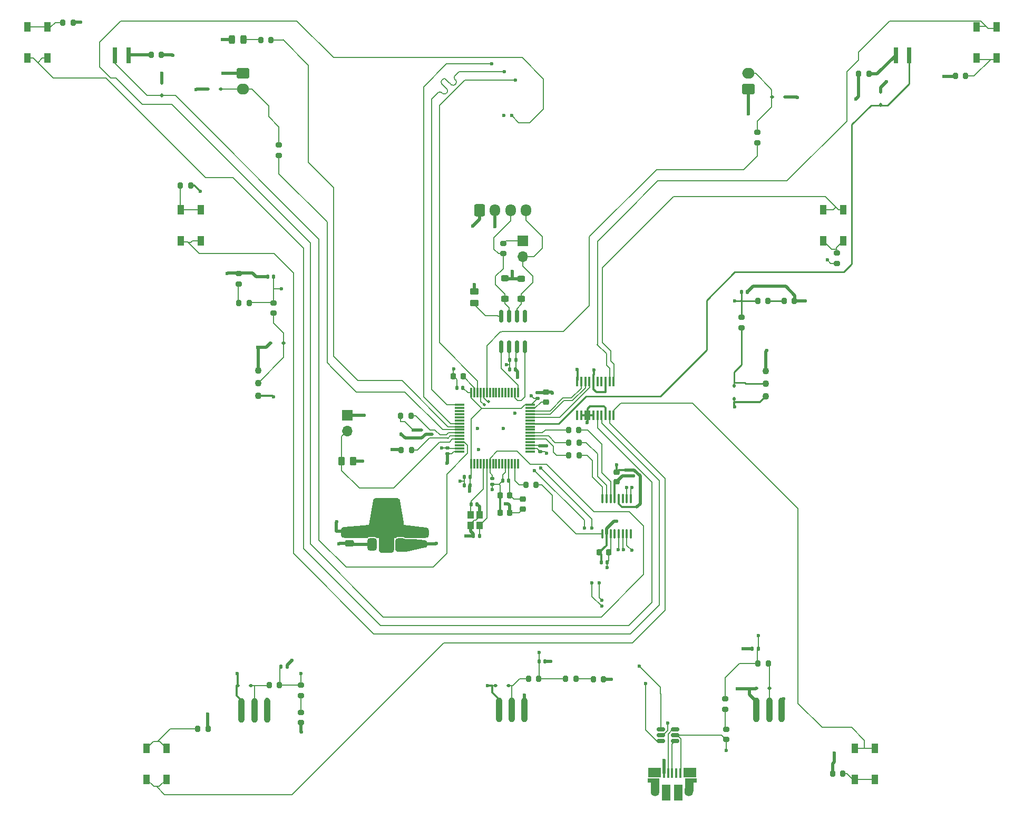
<source format=gtl>
G04 #@! TF.GenerationSoftware,KiCad,Pcbnew,8.0.2*
G04 #@! TF.CreationDate,2025-02-01T23:04:15-07:00*
G04 #@! TF.ProjectId,steering wheel v4,73746565-7269-46e6-9720-776865656c20,rev?*
G04 #@! TF.SameCoordinates,Original*
G04 #@! TF.FileFunction,Copper,L1,Top*
G04 #@! TF.FilePolarity,Positive*
%FSLAX46Y46*%
G04 Gerber Fmt 4.6, Leading zero omitted, Abs format (unit mm)*
G04 Created by KiCad (PCBNEW 8.0.2) date 2025-02-01 23:04:15*
%MOMM*%
%LPD*%
G01*
G04 APERTURE LIST*
G04 Aperture macros list*
%AMRoundRect*
0 Rectangle with rounded corners*
0 $1 Rounding radius*
0 $2 $3 $4 $5 $6 $7 $8 $9 X,Y pos of 4 corners*
0 Add a 4 corners polygon primitive as box body*
4,1,4,$2,$3,$4,$5,$6,$7,$8,$9,$2,$3,0*
0 Add four circle primitives for the rounded corners*
1,1,$1+$1,$2,$3*
1,1,$1+$1,$4,$5*
1,1,$1+$1,$6,$7*
1,1,$1+$1,$8,$9*
0 Add four rect primitives between the rounded corners*
20,1,$1+$1,$2,$3,$4,$5,0*
20,1,$1+$1,$4,$5,$6,$7,0*
20,1,$1+$1,$6,$7,$8,$9,0*
20,1,$1+$1,$8,$9,$2,$3,0*%
G04 Aperture macros list end*
G04 #@! TA.AperFunction,SMDPad,CuDef*
%ADD10RoundRect,0.140000X-0.140000X-0.170000X0.140000X-0.170000X0.140000X0.170000X-0.140000X0.170000X0*%
G04 #@! TD*
G04 #@! TA.AperFunction,SMDPad,CuDef*
%ADD11RoundRect,0.225000X-0.225000X-0.250000X0.225000X-0.250000X0.225000X0.250000X-0.225000X0.250000X0*%
G04 #@! TD*
G04 #@! TA.AperFunction,SMDPad,CuDef*
%ADD12RoundRect,0.250000X0.475000X-0.250000X0.475000X0.250000X-0.475000X0.250000X-0.475000X-0.250000X0*%
G04 #@! TD*
G04 #@! TA.AperFunction,SMDPad,CuDef*
%ADD13RoundRect,0.200000X-0.200000X-0.275000X0.200000X-0.275000X0.200000X0.275000X-0.200000X0.275000X0*%
G04 #@! TD*
G04 #@! TA.AperFunction,SMDPad,CuDef*
%ADD14R,1.000000X1.150000*%
G04 #@! TD*
G04 #@! TA.AperFunction,ComponentPad*
%ADD15R,1.700000X1.700000*%
G04 #@! TD*
G04 #@! TA.AperFunction,ComponentPad*
%ADD16O,1.700000X1.700000*%
G04 #@! TD*
G04 #@! TA.AperFunction,SMDPad,CuDef*
%ADD17RoundRect,0.112500X-0.112500X0.187500X-0.112500X-0.187500X0.112500X-0.187500X0.112500X0.187500X0*%
G04 #@! TD*
G04 #@! TA.AperFunction,SMDPad,CuDef*
%ADD18RoundRect,0.200000X-0.275000X0.200000X-0.275000X-0.200000X0.275000X-0.200000X0.275000X0.200000X0*%
G04 #@! TD*
G04 #@! TA.AperFunction,SMDPad,CuDef*
%ADD19RoundRect,0.140000X0.170000X-0.140000X0.170000X0.140000X-0.170000X0.140000X-0.170000X-0.140000X0*%
G04 #@! TD*
G04 #@! TA.AperFunction,SMDPad,CuDef*
%ADD20RoundRect,0.200000X0.200000X0.275000X-0.200000X0.275000X-0.200000X-0.275000X0.200000X-0.275000X0*%
G04 #@! TD*
G04 #@! TA.AperFunction,SMDPad,CuDef*
%ADD21R,1.000000X1.600000*%
G04 #@! TD*
G04 #@! TA.AperFunction,SMDPad,CuDef*
%ADD22RoundRect,0.200000X0.275000X-0.200000X0.275000X0.200000X-0.275000X0.200000X-0.275000X-0.200000X0*%
G04 #@! TD*
G04 #@! TA.AperFunction,SMDPad,CuDef*
%ADD23RoundRect,0.218750X-0.256250X0.218750X-0.256250X-0.218750X0.256250X-0.218750X0.256250X0.218750X0*%
G04 #@! TD*
G04 #@! TA.AperFunction,SMDPad,CuDef*
%ADD24R,0.400000X1.650000*%
G04 #@! TD*
G04 #@! TA.AperFunction,SMDPad,CuDef*
%ADD25R,1.825000X0.700000*%
G04 #@! TD*
G04 #@! TA.AperFunction,SMDPad,CuDef*
%ADD26R,2.000000X1.500000*%
G04 #@! TD*
G04 #@! TA.AperFunction,SMDPad,CuDef*
%ADD27R,1.350000X2.000000*%
G04 #@! TD*
G04 #@! TA.AperFunction,ComponentPad*
%ADD28O,1.350000X1.700000*%
G04 #@! TD*
G04 #@! TA.AperFunction,ComponentPad*
%ADD29O,1.100000X1.500000*%
G04 #@! TD*
G04 #@! TA.AperFunction,SMDPad,CuDef*
%ADD30R,1.430000X2.500000*%
G04 #@! TD*
G04 #@! TA.AperFunction,ComponentPad*
%ADD31C,1.100000*%
G04 #@! TD*
G04 #@! TA.AperFunction,SMDPad,CuDef*
%ADD32RoundRect,0.100000X0.100000X-0.637500X0.100000X0.637500X-0.100000X0.637500X-0.100000X-0.637500X0*%
G04 #@! TD*
G04 #@! TA.AperFunction,SMDPad,CuDef*
%ADD33RoundRect,0.245000X0.380000X-0.245000X0.380000X0.245000X-0.380000X0.245000X-0.380000X-0.245000X0*%
G04 #@! TD*
G04 #@! TA.AperFunction,SMDPad,CuDef*
%ADD34RoundRect,0.112500X0.112500X-0.187500X0.112500X0.187500X-0.112500X0.187500X-0.112500X-0.187500X0*%
G04 #@! TD*
G04 #@! TA.AperFunction,SMDPad,CuDef*
%ADD35RoundRect,0.250000X0.450000X-0.262500X0.450000X0.262500X-0.450000X0.262500X-0.450000X-0.262500X0*%
G04 #@! TD*
G04 #@! TA.AperFunction,SMDPad,CuDef*
%ADD36RoundRect,0.225000X0.250000X-0.225000X0.250000X0.225000X-0.250000X0.225000X-0.250000X-0.225000X0*%
G04 #@! TD*
G04 #@! TA.AperFunction,SMDPad,CuDef*
%ADD37RoundRect,0.112500X0.187500X0.112500X-0.187500X0.112500X-0.187500X-0.112500X0.187500X-0.112500X0*%
G04 #@! TD*
G04 #@! TA.AperFunction,SMDPad,CuDef*
%ADD38RoundRect,0.140000X-0.170000X0.140000X-0.170000X-0.140000X0.170000X-0.140000X0.170000X0.140000X0*%
G04 #@! TD*
G04 #@! TA.AperFunction,SMDPad,CuDef*
%ADD39RoundRect,0.112500X-0.187500X-0.112500X0.187500X-0.112500X0.187500X0.112500X-0.187500X0.112500X0*%
G04 #@! TD*
G04 #@! TA.AperFunction,SMDPad,CuDef*
%ADD40RoundRect,0.375000X0.375000X-0.625000X0.375000X0.625000X-0.375000X0.625000X-0.375000X-0.625000X0*%
G04 #@! TD*
G04 #@! TA.AperFunction,SMDPad,CuDef*
%ADD41RoundRect,0.500000X1.400000X-0.500000X1.400000X0.500000X-1.400000X0.500000X-1.400000X-0.500000X0*%
G04 #@! TD*
G04 #@! TA.AperFunction,SMDPad,CuDef*
%ADD42RoundRect,0.150000X0.512500X0.150000X-0.512500X0.150000X-0.512500X-0.150000X0.512500X-0.150000X0*%
G04 #@! TD*
G04 #@! TA.AperFunction,SMDPad,CuDef*
%ADD43R,0.450000X1.500000*%
G04 #@! TD*
G04 #@! TA.AperFunction,SMDPad,CuDef*
%ADD44RoundRect,0.150000X0.150000X-0.825000X0.150000X0.825000X-0.150000X0.825000X-0.150000X-0.825000X0*%
G04 #@! TD*
G04 #@! TA.AperFunction,ComponentPad*
%ADD45R,0.750000X2.630000*%
G04 #@! TD*
G04 #@! TA.AperFunction,ComponentPad*
%ADD46RoundRect,0.250000X-0.600000X-0.725000X0.600000X-0.725000X0.600000X0.725000X-0.600000X0.725000X0*%
G04 #@! TD*
G04 #@! TA.AperFunction,ComponentPad*
%ADD47O,1.700000X1.950000*%
G04 #@! TD*
G04 #@! TA.AperFunction,ComponentPad*
%ADD48RoundRect,0.250000X-0.750000X0.600000X-0.750000X-0.600000X0.750000X-0.600000X0.750000X0.600000X0*%
G04 #@! TD*
G04 #@! TA.AperFunction,ComponentPad*
%ADD49O,2.000000X1.700000*%
G04 #@! TD*
G04 #@! TA.AperFunction,SMDPad,CuDef*
%ADD50RoundRect,0.500000X0.000010X1.500000X-0.000010X1.500000X-0.000010X-1.500000X0.000010X-1.500000X0*%
G04 #@! TD*
G04 #@! TA.AperFunction,SMDPad,CuDef*
%ADD51RoundRect,0.075000X0.075000X-0.700000X0.075000X0.700000X-0.075000X0.700000X-0.075000X-0.700000X0*%
G04 #@! TD*
G04 #@! TA.AperFunction,SMDPad,CuDef*
%ADD52RoundRect,0.075000X0.700000X-0.075000X0.700000X0.075000X-0.700000X0.075000X-0.700000X-0.075000X0*%
G04 #@! TD*
G04 #@! TA.AperFunction,SMDPad,CuDef*
%ADD53RoundRect,0.250000X0.262500X0.450000X-0.262500X0.450000X-0.262500X-0.450000X0.262500X-0.450000X0*%
G04 #@! TD*
G04 #@! TA.AperFunction,SMDPad,CuDef*
%ADD54RoundRect,0.140000X0.140000X0.170000X-0.140000X0.170000X-0.140000X-0.170000X0.140000X-0.170000X0*%
G04 #@! TD*
G04 #@! TA.AperFunction,SMDPad,CuDef*
%ADD55R,0.425000X0.200000*%
G04 #@! TD*
G04 #@! TA.AperFunction,SMDPad,CuDef*
%ADD56RoundRect,0.245000X-0.380000X0.245000X-0.380000X-0.245000X0.380000X-0.245000X0.380000X0.245000X0*%
G04 #@! TD*
G04 #@! TA.AperFunction,ComponentPad*
%ADD57RoundRect,0.250000X0.750000X-0.600000X0.750000X0.600000X-0.750000X0.600000X-0.750000X-0.600000X0*%
G04 #@! TD*
G04 #@! TA.AperFunction,SMDPad,CuDef*
%ADD58RoundRect,0.243750X-0.243750X-0.456250X0.243750X-0.456250X0.243750X0.456250X-0.243750X0.456250X0*%
G04 #@! TD*
G04 #@! TA.AperFunction,ViaPad*
%ADD59C,0.600000*%
G04 #@! TD*
G04 #@! TA.AperFunction,ViaPad*
%ADD60C,0.500000*%
G04 #@! TD*
G04 #@! TA.AperFunction,Conductor*
%ADD61C,0.200000*%
G04 #@! TD*
G04 #@! TA.AperFunction,Conductor*
%ADD62C,0.500000*%
G04 #@! TD*
G04 #@! TA.AperFunction,Conductor*
%ADD63C,0.250000*%
G04 #@! TD*
G04 #@! TA.AperFunction,Conductor*
%ADD64C,0.350000*%
G04 #@! TD*
G04 #@! TA.AperFunction,Conductor*
%ADD65C,0.300000*%
G04 #@! TD*
G04 APERTURE END LIST*
D10*
X166286122Y-113562913D03*
X167246122Y-113562913D03*
D11*
X150071122Y-102762913D03*
X151621122Y-102762913D03*
D12*
X125871122Y-110512913D03*
X125871122Y-108612913D03*
D11*
X150021122Y-105562913D03*
X151571122Y-105562913D03*
D13*
X154196122Y-101087913D03*
X155846122Y-101087913D03*
D14*
X145346122Y-105887913D03*
X145346122Y-107637913D03*
X146746122Y-107637913D03*
X146746122Y-105887913D03*
D13*
X195671122Y-71537913D03*
X197321122Y-71537913D03*
D15*
X125471122Y-89922913D03*
D16*
X125471122Y-92462913D03*
D13*
X223171122Y-35412913D03*
X224821122Y-35412913D03*
D17*
X95700000Y-36450000D03*
X95700000Y-38550000D03*
D18*
X186246122Y-135475413D03*
X186246122Y-137125413D03*
D19*
X148796122Y-100992913D03*
X148796122Y-100032913D03*
D20*
X103125000Y-140300000D03*
X101475000Y-140300000D03*
D21*
X93250000Y-148400000D03*
X93250000Y-143400000D03*
X96450000Y-143400000D03*
X96450000Y-148400000D03*
D10*
X143116122Y-85487913D03*
X144076122Y-85487913D03*
D18*
X186346122Y-140337913D03*
X186346122Y-141987913D03*
D22*
X108071122Y-68800413D03*
X108071122Y-67150413D03*
D13*
X203475000Y-147500000D03*
X205125000Y-147500000D03*
D20*
X135721122Y-89987913D03*
X134071122Y-89987913D03*
D23*
X153696122Y-103387913D03*
X153696122Y-104962913D03*
D24*
X176375000Y-147400000D03*
X177025000Y-147400000D03*
X177675000Y-147400000D03*
X178325000Y-147400000D03*
X178975000Y-147400000D03*
D25*
X174725000Y-148600000D03*
D26*
X174825000Y-147300000D03*
D27*
X174945000Y-149350000D03*
D28*
X174945000Y-150280000D03*
D29*
X175255000Y-147280000D03*
D30*
X176715000Y-150550000D03*
X178635000Y-150550000D03*
D29*
X180095000Y-147280000D03*
D28*
X180405000Y-150280000D03*
D27*
X180425000Y-149350000D03*
D26*
X180575000Y-147280000D03*
D25*
X180675000Y-148600000D03*
D15*
X153700000Y-61900000D03*
D16*
X153700000Y-64440000D03*
D13*
X207671122Y-35087913D03*
X209321122Y-35087913D03*
D31*
X192721122Y-82837913D03*
X192721122Y-84837913D03*
X192721122Y-86837913D03*
D21*
X205175000Y-56900000D03*
X205175000Y-61900000D03*
X201975000Y-61900000D03*
X201975000Y-56900000D03*
D32*
X166496122Y-108987913D03*
X167146122Y-108987913D03*
X167796122Y-108987913D03*
X168446122Y-108987913D03*
X169096122Y-108987913D03*
X169746122Y-108987913D03*
X170396122Y-108987913D03*
X171046122Y-108987913D03*
X171046122Y-103262913D03*
X170396122Y-103262913D03*
X169746122Y-103262913D03*
X169096122Y-103262913D03*
X168446122Y-103262913D03*
X167796122Y-103262913D03*
X167146122Y-103262913D03*
X166496122Y-103262913D03*
D22*
X204200000Y-65525000D03*
X204200000Y-63875000D03*
D33*
X150825000Y-71160000D03*
X150825000Y-67940000D03*
D34*
X187675000Y-87287500D03*
X187675000Y-85187500D03*
D35*
X145896122Y-71837913D03*
X145896122Y-70012913D03*
D36*
X157421122Y-87762913D03*
X157421122Y-86212913D03*
D37*
X195850000Y-38787913D03*
X193750000Y-38787913D03*
D20*
X100325000Y-53000000D03*
X98675000Y-53000000D03*
D38*
X141571122Y-95162913D03*
X141571122Y-96122913D03*
D20*
X135796122Y-95512913D03*
X134146122Y-95512913D03*
D39*
X113150000Y-78300000D03*
X115250000Y-78300000D03*
D21*
X98770000Y-61885000D03*
X98770000Y-56885000D03*
X101970000Y-56885000D03*
X101970000Y-61885000D03*
D40*
X129471122Y-110687913D03*
X131771122Y-110687913D03*
D41*
X131771122Y-104387913D03*
D40*
X134071122Y-110687913D03*
D20*
X156271122Y-132237913D03*
X154621122Y-132237913D03*
D22*
X150550000Y-63950000D03*
X150550000Y-62300000D03*
D10*
X145411122Y-104187913D03*
X146371122Y-104187913D03*
D42*
X178137500Y-142256043D03*
X178137500Y-141306043D03*
X178137500Y-140356043D03*
X175862500Y-140356043D03*
X175862500Y-141306043D03*
X175862500Y-142256043D03*
D10*
X144261122Y-101162913D03*
X145221122Y-101162913D03*
D43*
X162450000Y-89900000D03*
X163100000Y-89900000D03*
X163750000Y-89900000D03*
X164400000Y-89900000D03*
X165050000Y-89900000D03*
X165700000Y-89900000D03*
X166350000Y-89900000D03*
X167000000Y-89900000D03*
X167650000Y-89900000D03*
X168300000Y-89900000D03*
X168300000Y-84500000D03*
X167650000Y-84500000D03*
X167000000Y-84500000D03*
X166350000Y-84500000D03*
X165700000Y-84500000D03*
X165050000Y-84500000D03*
X164400000Y-84525000D03*
X163750000Y-84500000D03*
X163100000Y-84500000D03*
X162450000Y-84500000D03*
D19*
X170271122Y-99662913D03*
X170271122Y-98702913D03*
D13*
X111608622Y-29612913D03*
X113258622Y-29612913D03*
D44*
X150186122Y-78912913D03*
X151456122Y-78912913D03*
X152726122Y-78912913D03*
X153996122Y-78912913D03*
X153996122Y-73962913D03*
X152726122Y-73962913D03*
X151456122Y-73962913D03*
X150186122Y-73962913D03*
D21*
X229800000Y-27500000D03*
X229800000Y-32500000D03*
X226600000Y-32500000D03*
X226600000Y-27500000D03*
D45*
X213598622Y-32095413D03*
X215728622Y-32095413D03*
D46*
X146721122Y-56937913D03*
D47*
X149221122Y-56937913D03*
X151721122Y-56937913D03*
X154221122Y-56937913D03*
D20*
X95646122Y-31987913D03*
X93996122Y-31987913D03*
D17*
X211171122Y-37950000D03*
X211171122Y-40050000D03*
D48*
X108721122Y-34987913D03*
D49*
X108721122Y-37487913D03*
D50*
X195296122Y-137237913D03*
X193296122Y-137237913D03*
X191196122Y-137237913D03*
D18*
X118071122Y-133275413D03*
X118071122Y-134925413D03*
D12*
X137621122Y-110537913D03*
X137621122Y-108637913D03*
D10*
X150446122Y-100412913D03*
X151406122Y-100412913D03*
D11*
X142546122Y-83612913D03*
X144096122Y-83612913D03*
D50*
X153946122Y-137212913D03*
X151946122Y-137212913D03*
X149846122Y-137212913D03*
D45*
X90336122Y-32112913D03*
X88206122Y-32112913D03*
D13*
X161071122Y-96387913D03*
X162721122Y-96387913D03*
D51*
X145421122Y-97662913D03*
X145921122Y-97662913D03*
X146421122Y-97662913D03*
X146921122Y-97662913D03*
X147421122Y-97662913D03*
X147921122Y-97662913D03*
X148421122Y-97662913D03*
X148921122Y-97662913D03*
X149421122Y-97662913D03*
X149921122Y-97662913D03*
X150421122Y-97662913D03*
X150921122Y-97662913D03*
X151421122Y-97662913D03*
X151921122Y-97662913D03*
X152421122Y-97662913D03*
X152921122Y-97662913D03*
D52*
X154846122Y-95737913D03*
X154846122Y-95237913D03*
X154846122Y-94737913D03*
X154846122Y-94237913D03*
X154846122Y-93737913D03*
X154846122Y-93237913D03*
X154846122Y-92737913D03*
X154846122Y-92237913D03*
X154846122Y-91737913D03*
X154846122Y-91237913D03*
X154846122Y-90737913D03*
X154846122Y-90237913D03*
X154846122Y-89737913D03*
X154846122Y-89237913D03*
X154846122Y-88737913D03*
X154846122Y-88237913D03*
D51*
X152921122Y-86312913D03*
X152421122Y-86312913D03*
X151921122Y-86312913D03*
X151421122Y-86312913D03*
X150921122Y-86312913D03*
X150421122Y-86312913D03*
X149921122Y-86312913D03*
X149421122Y-86312913D03*
X148921122Y-86312913D03*
X148421122Y-86312913D03*
X147921122Y-86312913D03*
X147421122Y-86312913D03*
X146921122Y-86312913D03*
X146421122Y-86312913D03*
X145921122Y-86312913D03*
X145421122Y-86312913D03*
D52*
X143496122Y-88237913D03*
X143496122Y-88737913D03*
X143496122Y-89237913D03*
X143496122Y-89737913D03*
X143496122Y-90237913D03*
X143496122Y-90737913D03*
X143496122Y-91237913D03*
X143496122Y-91737913D03*
X143496122Y-92237913D03*
X143496122Y-92737913D03*
X143496122Y-93237913D03*
X143496122Y-93737913D03*
X143496122Y-94237913D03*
X143496122Y-94737913D03*
X143496122Y-95237913D03*
X143496122Y-95737913D03*
D20*
X162746122Y-94287913D03*
X161096122Y-94287913D03*
D39*
X149296122Y-133362913D03*
X151396122Y-133362913D03*
D10*
X151611122Y-81012913D03*
X152571122Y-81012913D03*
D13*
X160595000Y-132260000D03*
X162245000Y-132260000D03*
D11*
X165971122Y-111962913D03*
X167521122Y-111962913D03*
D18*
X113646122Y-71850413D03*
X113646122Y-73500413D03*
D21*
X74125000Y-32500000D03*
X74125000Y-27500000D03*
X77325000Y-27500000D03*
X77325000Y-32500000D03*
D13*
X191421122Y-71512913D03*
X193071122Y-71512913D03*
D10*
X151586122Y-82537913D03*
X152546122Y-82537913D03*
X188841122Y-70112913D03*
X189801122Y-70112913D03*
D20*
X109733622Y-71887913D03*
X108083622Y-71887913D03*
D53*
X126421122Y-97262913D03*
X124596122Y-97262913D03*
D18*
X188821122Y-74200413D03*
X188821122Y-75850413D03*
D36*
X168771122Y-100612913D03*
X168771122Y-99062913D03*
D39*
X103075000Y-37525000D03*
X105175000Y-37525000D03*
D22*
X114521122Y-48137913D03*
X114521122Y-46487913D03*
D54*
X146735000Y-109284999D03*
X145775000Y-109284999D03*
D55*
X139121122Y-93587913D03*
X139121122Y-92937913D03*
X139121122Y-92287913D03*
X137446122Y-92287913D03*
X137446122Y-93587913D03*
D10*
X144271122Y-99787913D03*
X145231122Y-99787913D03*
D56*
X153475000Y-67965000D03*
X153475000Y-71185000D03*
D19*
X156496122Y-95792913D03*
X156496122Y-94832913D03*
D31*
X111156122Y-86752913D03*
X111156122Y-84752913D03*
X111156122Y-82752913D03*
D38*
X156046122Y-86262913D03*
X156046122Y-87222913D03*
D10*
X114866122Y-130312913D03*
X115826122Y-130312913D03*
D13*
X191471122Y-129812913D03*
X193121122Y-129812913D03*
D54*
X113651122Y-67662913D03*
X112691122Y-67662913D03*
D18*
X118046122Y-137650413D03*
X118046122Y-139300413D03*
D20*
X81450000Y-26800000D03*
X79800000Y-26800000D03*
D13*
X165007500Y-132310000D03*
X166657500Y-132310000D03*
D22*
X191396122Y-46112913D03*
X191396122Y-44462913D03*
D57*
X189921122Y-37487913D03*
D49*
X189921122Y-34987913D03*
D50*
X112596122Y-137287913D03*
X110596122Y-137287913D03*
X108496122Y-137287913D03*
D39*
X107896122Y-133337913D03*
X109996122Y-133337913D03*
D20*
X114608622Y-133237913D03*
X112958622Y-133237913D03*
D13*
X161046122Y-92287913D03*
X162696122Y-92287913D03*
D39*
X191200000Y-133750000D03*
X193300000Y-133750000D03*
D58*
X106950000Y-29587500D03*
X108825000Y-29587500D03*
D10*
X156311122Y-129437913D03*
X157271122Y-129437913D03*
D21*
X210275000Y-143425000D03*
X210275000Y-148425000D03*
X207075000Y-148425000D03*
X207075000Y-143425000D03*
D54*
X191521122Y-127462913D03*
X190561122Y-127462913D03*
D59*
X95700000Y-35000000D03*
X152400000Y-89600000D03*
X199100000Y-71500000D03*
X146600000Y-95400000D03*
X123796122Y-107037913D03*
X187700000Y-88587500D03*
X157500000Y-96025000D03*
X142571122Y-82462913D03*
X107771122Y-131437913D03*
X106221122Y-67112913D03*
X151096122Y-81762913D03*
X118096122Y-140812913D03*
X111150000Y-78950000D03*
X165120000Y-82590000D03*
X143646122Y-100487913D03*
X101225000Y-37550000D03*
X167907500Y-132310000D03*
X189116122Y-127462913D03*
X197771122Y-38837913D03*
X188196122Y-133887913D03*
X150660000Y-41780000D03*
X164030000Y-91120000D03*
X158146122Y-129437913D03*
X145621122Y-59512913D03*
X116621122Y-129262913D03*
X146400000Y-92000000D03*
X127925000Y-97300000D03*
X134100000Y-92950000D03*
X150600000Y-92000000D03*
X148796122Y-101812913D03*
X144550000Y-109325000D03*
X186346122Y-143787913D03*
X212146122Y-36312913D03*
X168800000Y-97875000D03*
X152025000Y-66825000D03*
X158446122Y-86337913D03*
X167271122Y-114362913D03*
X140670000Y-95170000D03*
X148046122Y-133387913D03*
X145921122Y-68912913D03*
X105446122Y-29537913D03*
X150871122Y-104137913D03*
X152871122Y-83812913D03*
X132700000Y-95450000D03*
X136071122Y-92287913D03*
X207221122Y-39137913D03*
X155025000Y-86750000D03*
X97496122Y-32112913D03*
X157471122Y-94812913D03*
X171446122Y-99637913D03*
X145121122Y-102137913D03*
X141546122Y-97637913D03*
X162440000Y-82530000D03*
X139771122Y-110512913D03*
X105546122Y-34987913D03*
X189896122Y-41462913D03*
X128171122Y-89937913D03*
X101921122Y-53937913D03*
X221371122Y-35437913D03*
X153921122Y-134887913D03*
X176375000Y-145346043D03*
X203730000Y-144220000D03*
X112646122Y-135537913D03*
X82696122Y-26787913D03*
X177000000Y-139400000D03*
X113671122Y-86937913D03*
X103075000Y-137925000D03*
X168746122Y-106912913D03*
X124171122Y-110562913D03*
X195646122Y-135487913D03*
X202621122Y-64962913D03*
X192871122Y-79512913D03*
X149171122Y-59562913D03*
X151920000Y-41780000D03*
X152521122Y-36070000D03*
X148740000Y-33480000D03*
X150775000Y-34685000D03*
X156321122Y-128012913D03*
X169844464Y-111486407D03*
X191546122Y-125275413D03*
X171196122Y-111612913D03*
X169046122Y-111537913D03*
X118071122Y-131437913D03*
X187696122Y-71537913D03*
X171195577Y-101517522D03*
X166000000Y-116800000D03*
X164800000Y-108000000D03*
X156600000Y-98400000D03*
X173400000Y-133000000D03*
D60*
X148200003Y-87750000D03*
D59*
X166400000Y-119600000D03*
X163600000Y-108000000D03*
X155600000Y-98800000D03*
X166400000Y-120600000D03*
D60*
X147500000Y-88250000D03*
D59*
X164800000Y-116800000D03*
X172400000Y-130200000D03*
X170396122Y-101487913D03*
X114921122Y-69587913D03*
D61*
X139296122Y-114312913D02*
X125346122Y-114312913D01*
X141321122Y-112287913D02*
X139296122Y-114312913D01*
X144846122Y-94780503D02*
X144846122Y-96012913D01*
X143496122Y-94237913D02*
X144303532Y-94237913D01*
X97946122Y-38562913D02*
X97946122Y-38587913D01*
X97946122Y-38562913D02*
X93371122Y-38562913D01*
X141496122Y-99362913D02*
X141496122Y-112087913D01*
X97946122Y-38587913D02*
X120971122Y-61612913D01*
X125346122Y-114312913D02*
X120971122Y-109937913D01*
X93371122Y-38562913D02*
X88206122Y-33397913D01*
X141321122Y-112262913D02*
X141321122Y-112287913D01*
X141496122Y-112087913D02*
X141321122Y-112262913D01*
X144303532Y-94237913D02*
X144846122Y-94780503D01*
X120971122Y-109937913D02*
X120971122Y-61612913D01*
X88206122Y-33397913D02*
X88206122Y-32112913D01*
X144846122Y-96012913D02*
X141496122Y-99362913D01*
D62*
X90461122Y-31987913D02*
X90336122Y-32112913D01*
X93996122Y-31987913D02*
X90461122Y-31987913D01*
D63*
X183246122Y-79437913D02*
X183246122Y-71437913D01*
X206546122Y-43162913D02*
X206546122Y-65612914D01*
X215728622Y-32095413D02*
X215728622Y-36655413D01*
X211171122Y-40087913D02*
X209621122Y-40087913D01*
X154846122Y-91237913D02*
X159446122Y-91237913D01*
D61*
X206571122Y-65587913D02*
X206467018Y-65692018D01*
D63*
X205246122Y-66912913D02*
X187771122Y-66912913D01*
X175821122Y-86862913D02*
X183246122Y-79437913D01*
D61*
X206546122Y-65612914D02*
X206467018Y-65692018D01*
D63*
X212246122Y-40087913D02*
X211171122Y-40087913D01*
D61*
X212271122Y-40112913D02*
X212246122Y-40087913D01*
D63*
X206467018Y-65692018D02*
X205246122Y-66912913D01*
X187771122Y-66912913D02*
X183246122Y-71437913D01*
X215728622Y-36655413D02*
X212271122Y-40112913D01*
X209621122Y-40087913D02*
X206546122Y-43162913D01*
X163821122Y-86862913D02*
X175821122Y-86862913D01*
X159446122Y-91237913D02*
X163821122Y-86862913D01*
D64*
X213496122Y-32197913D02*
X213598622Y-32095413D01*
D62*
X209321122Y-35087913D02*
X210606122Y-35087913D01*
X210606122Y-35087913D02*
X213598622Y-32095413D01*
X134158209Y-92950000D02*
X134146122Y-92937913D01*
D61*
X178506043Y-141306043D02*
X178137500Y-141306043D01*
D62*
X150825000Y-67950000D02*
X152025000Y-67950000D01*
D64*
X149896122Y-135787913D02*
X149946122Y-135837913D01*
D61*
X142546122Y-82487913D02*
X142571122Y-82462913D01*
D64*
X166737913Y-88462913D02*
X167021122Y-88746122D01*
D62*
X134100000Y-92950000D02*
X134158209Y-92950000D01*
X146721122Y-56937913D02*
X146721122Y-58412913D01*
X146746122Y-104562913D02*
X146371122Y-104187913D01*
D61*
X167521122Y-113287913D02*
X167246122Y-113562913D01*
D62*
X190096122Y-134762913D02*
X190096122Y-133837913D01*
D61*
X143116122Y-85487913D02*
X143116122Y-84182913D01*
D64*
X150071122Y-104162913D02*
X150071122Y-102762913D01*
X107896122Y-131562913D02*
X107771122Y-131437913D01*
D61*
X146196122Y-106762913D02*
X146746122Y-106212913D01*
X178490552Y-141306043D02*
X178137500Y-141306043D01*
X156496122Y-95792913D02*
X157267913Y-95792913D01*
D64*
X148746122Y-133362913D02*
X148071122Y-133362913D01*
D62*
X101250000Y-37525000D02*
X103075000Y-37525000D01*
X145346122Y-108546122D02*
X145346122Y-107637913D01*
D64*
X165120000Y-83364035D02*
X165071122Y-83412913D01*
D62*
X157421122Y-86212913D02*
X158321122Y-86212913D01*
X110296122Y-67062913D02*
X110896122Y-67662913D01*
D61*
X148796122Y-100992913D02*
X148796122Y-101812913D01*
D62*
X111156122Y-82752913D02*
X111156122Y-79072913D01*
X188246122Y-133837913D02*
X188196122Y-133887913D01*
D64*
X164400000Y-89900000D02*
X165050000Y-89900000D01*
D61*
X143671122Y-100462913D02*
X143646122Y-100487913D01*
D64*
X168771122Y-97903878D02*
X168800000Y-97875000D01*
D62*
X189801122Y-70112913D02*
X189801122Y-70082913D01*
D64*
X148046122Y-133387913D02*
X148711122Y-133387913D01*
X149946122Y-135837913D02*
X149946122Y-137712913D01*
D61*
X141571122Y-95162913D02*
X141646122Y-95237913D01*
D64*
X148746122Y-134437913D02*
X149896122Y-135587913D01*
D62*
X152025000Y-67950000D02*
X153450000Y-67950000D01*
D64*
X148746122Y-133362913D02*
X148746122Y-134437913D01*
X189296122Y-87787913D02*
X191771122Y-87787913D01*
D62*
X211171122Y-37287913D02*
X212146122Y-36312913D01*
X145896122Y-70012913D02*
X145896122Y-68937913D01*
D64*
X107896122Y-133337913D02*
X107896122Y-131562913D01*
D62*
X189801122Y-70082913D02*
X190721122Y-69162913D01*
D61*
X185576752Y-141306043D02*
X178137500Y-141306043D01*
D64*
X108596122Y-137787913D02*
X108596122Y-135762913D01*
D61*
X151456122Y-78912913D02*
X151456122Y-80857913D01*
X144261122Y-99797913D02*
X144271122Y-99787913D01*
D62*
X123746122Y-107087913D02*
X123796122Y-107037913D01*
X127887913Y-97262913D02*
X127925000Y-97300000D01*
D64*
X164312913Y-89812913D02*
X164400000Y-89900000D01*
D62*
X125871122Y-108612913D02*
X130971122Y-108612913D01*
X211171122Y-37950000D02*
X211171122Y-37287913D01*
X111150000Y-78950000D02*
X112500000Y-78950000D01*
X158321122Y-86212913D02*
X158446122Y-86337913D01*
X195850000Y-38787913D02*
X197721122Y-38787913D01*
X131771122Y-110687913D02*
X131771122Y-107812913D01*
D64*
X187675000Y-87837500D02*
X187675000Y-88562500D01*
D62*
X190096122Y-133837913D02*
X191112087Y-133837913D01*
D64*
X148071122Y-133362913D02*
X148046122Y-133387913D01*
D62*
X145896122Y-68937913D02*
X145921122Y-68912913D01*
D61*
X140670000Y-95170000D02*
X141164035Y-95170000D01*
D64*
X191771122Y-87787913D02*
X192721122Y-86837913D01*
D61*
X179100000Y-141915491D02*
X178490552Y-141306043D01*
D64*
X164071122Y-89812913D02*
X164071122Y-90837913D01*
X164071122Y-89812913D02*
X164071122Y-88878878D01*
D61*
X144261122Y-100462913D02*
X144261122Y-99797913D01*
D62*
X152025000Y-67950000D02*
X152025000Y-66825000D01*
X166745000Y-132310000D02*
X167907500Y-132310000D01*
D64*
X164487087Y-88462913D02*
X166737913Y-88462913D01*
D62*
X190096122Y-133837913D02*
X188246122Y-133837913D01*
X126421122Y-97262913D02*
X127887913Y-97262913D01*
D64*
X165537913Y-86212913D02*
X166121122Y-86212913D01*
D61*
X151586122Y-81762913D02*
X151586122Y-81037913D01*
D62*
X95700000Y-35000000D02*
X95700000Y-36450000D01*
D61*
X145346122Y-107637913D02*
X145346122Y-107362913D01*
D64*
X168771122Y-99062913D02*
X169131122Y-98702913D01*
D61*
X151586122Y-81762913D02*
X151096122Y-81762913D01*
D62*
X172550000Y-99681130D02*
X171571783Y-98702913D01*
D64*
X169096122Y-103262913D02*
X169096122Y-104131001D01*
D62*
X199062087Y-71537913D02*
X199100000Y-71500000D01*
D64*
X165071122Y-83412913D02*
X165071122Y-85746122D01*
D62*
X157371122Y-86262913D02*
X157421122Y-86212913D01*
X144550000Y-109325000D02*
X145734999Y-109325000D01*
X123746122Y-108562913D02*
X125126122Y-108562913D01*
X191296122Y-135962913D02*
X190096122Y-134762913D01*
D64*
X107750000Y-134916791D02*
X107750000Y-133484035D01*
X164071122Y-88878878D02*
X164487087Y-88462913D01*
D62*
X130971122Y-108612913D02*
X131771122Y-107812913D01*
D64*
X189246535Y-87837500D02*
X189296122Y-87787913D01*
D61*
X141571122Y-95162913D02*
X141171122Y-95162913D01*
D62*
X191296122Y-137737913D02*
X191296122Y-135962913D01*
X145734999Y-109325000D02*
X145775000Y-109284999D01*
X172550000Y-104150000D02*
X172550000Y-99681130D01*
X134796122Y-93587913D02*
X134146122Y-92937913D01*
D61*
X144261122Y-101162913D02*
X144261122Y-100462913D01*
X179100000Y-141900000D02*
X178506043Y-141306043D01*
D62*
X157271122Y-129437913D02*
X158146122Y-129437913D01*
D61*
X167796122Y-111687913D02*
X167796122Y-108987913D01*
X155941122Y-95237913D02*
X156496122Y-95792913D01*
D64*
X150021122Y-105562913D02*
X150021122Y-104212913D01*
D61*
X144261122Y-100462913D02*
X143671122Y-100462913D01*
D64*
X169096122Y-104131001D02*
X169640121Y-104675000D01*
D61*
X150921122Y-99037913D02*
X150446122Y-99512913D01*
X179100000Y-147275000D02*
X178975000Y-147400000D01*
D62*
X115826122Y-130312913D02*
X115826122Y-130057913D01*
X146746122Y-105887913D02*
X146746122Y-104562913D01*
X118046122Y-140762913D02*
X118096122Y-140812913D01*
D64*
X108596122Y-135762913D02*
X107750000Y-134916791D01*
D61*
X143116122Y-84182913D02*
X142546122Y-83612913D01*
D62*
X171571783Y-98702913D02*
X170271122Y-98702913D01*
D61*
X141646122Y-95237913D02*
X143496122Y-95237913D01*
D62*
X195896122Y-69162913D02*
X195996122Y-69262913D01*
D61*
X154846122Y-95237913D02*
X155941122Y-95237913D01*
X167246122Y-114337913D02*
X167271122Y-114362913D01*
X151586122Y-82537913D02*
X151586122Y-81762913D01*
D64*
X169131122Y-98702913D02*
X170271122Y-98702913D01*
D61*
X187675000Y-87287500D02*
X187675000Y-87837500D01*
D64*
X167021122Y-86212913D02*
X167021122Y-84412913D01*
D62*
X145775000Y-109284999D02*
X145775000Y-108975000D01*
X132596122Y-108637913D02*
X131771122Y-107812913D01*
D61*
X186346122Y-142075413D02*
X186346122Y-143787913D01*
X150071122Y-102762913D02*
X150071122Y-101197913D01*
D62*
X172025000Y-104675000D02*
X172550000Y-104150000D01*
D64*
X164071122Y-90837913D02*
X164046122Y-90862913D01*
D62*
X118046122Y-139387913D02*
X118046122Y-140762913D01*
X191112087Y-133837913D02*
X191200000Y-133750000D01*
X153450000Y-67950000D02*
X153475000Y-67975000D01*
X197408622Y-70675413D02*
X195996122Y-69262913D01*
X156046122Y-86262913D02*
X157371122Y-86262913D01*
D61*
X186346122Y-142075413D02*
X185576752Y-141306043D01*
X167246122Y-113562913D02*
X167246122Y-114337913D01*
D64*
X149896122Y-135587913D02*
X149896122Y-135787913D01*
X166121122Y-86212913D02*
X167021122Y-86212913D01*
X167021122Y-88746122D02*
X167021122Y-89812913D01*
D61*
X149866122Y-100992913D02*
X150446122Y-100412913D01*
D62*
X190721122Y-69162913D02*
X195896122Y-69162913D01*
D64*
X150021122Y-104212913D02*
X150071122Y-104162913D01*
X107750000Y-133484035D02*
X107896122Y-133337913D01*
D62*
X101225000Y-37550000D02*
X101250000Y-37525000D01*
X137446122Y-93587913D02*
X134796122Y-93587913D01*
X134100000Y-92891791D02*
X134100000Y-92950000D01*
D64*
X163984035Y-89900000D02*
X163100000Y-89900000D01*
D61*
X145346122Y-107362913D02*
X145946122Y-106762913D01*
X148796122Y-100992913D02*
X149866122Y-100992913D01*
X149296122Y-133362913D02*
X148736122Y-133362913D01*
D62*
X108071122Y-67062913D02*
X107171122Y-67062913D01*
X146721122Y-58412913D02*
X145621122Y-59512913D01*
D61*
X146746122Y-106212913D02*
X146746122Y-105887913D01*
D64*
X169640121Y-104675000D02*
X172025000Y-104675000D01*
D62*
X197408622Y-71537913D02*
X199062087Y-71537913D01*
D64*
X187675000Y-87837500D02*
X189246535Y-87837500D01*
D61*
X167521122Y-111962913D02*
X167796122Y-111687913D01*
D62*
X112500000Y-78950000D02*
X113150000Y-78300000D01*
D61*
X179100000Y-141915491D02*
X179100000Y-147275000D01*
D62*
X137621122Y-108637913D02*
X132596122Y-108637913D01*
D61*
X151456122Y-80857913D02*
X151611122Y-81012913D01*
D62*
X131771122Y-107812913D02*
X131771122Y-104387913D01*
X139121122Y-92937913D02*
X138096122Y-92937913D01*
D61*
X150446122Y-99512913D02*
X150446122Y-100412913D01*
X142546122Y-83612913D02*
X142546122Y-82487913D01*
D62*
X106271122Y-67062913D02*
X106221122Y-67112913D01*
X112691122Y-67662913D02*
X110896122Y-67662913D01*
X197721122Y-38787913D02*
X197771122Y-38837913D01*
X107171122Y-67062913D02*
X106271122Y-67062913D01*
D61*
X141164035Y-95170000D02*
X141171122Y-95162913D01*
D62*
X190561122Y-127462913D02*
X189116122Y-127462913D01*
D64*
X165071122Y-85746122D02*
X165537913Y-86212913D01*
X168771122Y-99062913D02*
X168771122Y-97903878D01*
D62*
X145775000Y-108975000D02*
X145346122Y-108546122D01*
X197408622Y-71537913D02*
X197408622Y-70675413D01*
D64*
X164071122Y-89812913D02*
X163984035Y-89900000D01*
D62*
X108071122Y-67062913D02*
X110296122Y-67062913D01*
D61*
X157267913Y-95792913D02*
X157500000Y-96025000D01*
D62*
X138096122Y-92937913D02*
X137446122Y-93587913D01*
D64*
X164071122Y-89812913D02*
X164312913Y-89812913D01*
D61*
X150921122Y-97662913D02*
X150921122Y-99037913D01*
D64*
X165120000Y-82590000D02*
X165120000Y-83364035D01*
D62*
X123746122Y-108562913D02*
X123746122Y-107087913D01*
D61*
X151586122Y-81037913D02*
X151611122Y-81012913D01*
X167521122Y-111962913D02*
X167521122Y-113287913D01*
X148736122Y-133362913D02*
X148711122Y-133387913D01*
D62*
X115826122Y-130057913D02*
X116621122Y-129262913D01*
D61*
X145946122Y-106762913D02*
X146196122Y-106762913D01*
X150071122Y-101197913D02*
X149866122Y-100992913D01*
X147122507Y-88821708D02*
X153454917Y-88821708D01*
X156046122Y-87222913D02*
X155497913Y-87222913D01*
D62*
X141571122Y-96367913D02*
X141571122Y-97612913D01*
D61*
X145221122Y-99797913D02*
X145231122Y-99787913D01*
X134753268Y-90970059D02*
X136071122Y-92287913D01*
X145421122Y-86312913D02*
X145421122Y-87120323D01*
X145221122Y-101162913D02*
X145221122Y-99797913D01*
D62*
X169721122Y-99662913D02*
X168771122Y-100612913D01*
D61*
X154038712Y-88237913D02*
X154846122Y-88237913D01*
D62*
X151346122Y-104137913D02*
X151571122Y-104362913D01*
D61*
X145421122Y-97662913D02*
X145421122Y-99597913D01*
D64*
X162471122Y-84212913D02*
X162471122Y-82561122D01*
X168771122Y-100612913D02*
X168446122Y-100937913D01*
D61*
X134071122Y-90970059D02*
X134071122Y-89987913D01*
D64*
X162471122Y-82561122D02*
X162440000Y-82530000D01*
D62*
X97371122Y-31987913D02*
X97496122Y-32112913D01*
X128156122Y-89922913D02*
X128171122Y-89937913D01*
D61*
X145421122Y-86312913D02*
X144901122Y-86312913D01*
D64*
X168446122Y-100937913D02*
X168446122Y-103262913D01*
D62*
X151571122Y-104362913D02*
X151571122Y-105562913D01*
D61*
X145421122Y-90523093D02*
X147122507Y-88821708D01*
D62*
X189896122Y-41462913D02*
X189896122Y-37095413D01*
D61*
X152571122Y-81012913D02*
X152571122Y-79067913D01*
D62*
X145121122Y-102137913D02*
X145121122Y-101262913D01*
D61*
X144901122Y-86312913D02*
X144076122Y-85487913D01*
D62*
X145121122Y-101262913D02*
X145221122Y-101162913D01*
D61*
X145421122Y-97662913D02*
X145421122Y-90523093D01*
D62*
X171421122Y-99662913D02*
X171446122Y-99637913D01*
X157451122Y-94832913D02*
X157471122Y-94812913D01*
D61*
X152571122Y-81012913D02*
X152571122Y-82512913D01*
X142236122Y-96122913D02*
X141571122Y-96122913D01*
X155031122Y-88237913D02*
X156046122Y-87222913D01*
D62*
X170271122Y-99662913D02*
X169721122Y-99662913D01*
D61*
X153454917Y-88821708D02*
X154038712Y-88237913D01*
X155497913Y-87222913D02*
X155025000Y-86750000D01*
D62*
X207671122Y-35087913D02*
X207671122Y-38687913D01*
X162446122Y-82536122D02*
X162440000Y-82530000D01*
X207671122Y-38687913D02*
X207221122Y-39137913D01*
D61*
X152571122Y-79067913D02*
X152726122Y-78912913D01*
X154846122Y-94737913D02*
X156376122Y-94737913D01*
X142621122Y-95737913D02*
X142236122Y-96122913D01*
D62*
X134083209Y-95450000D02*
X134146122Y-95512913D01*
D61*
X143496122Y-95737913D02*
X142621122Y-95737913D01*
X151571122Y-105562913D02*
X153096122Y-105562913D01*
D62*
X141571122Y-97612913D02*
X141546122Y-97637913D01*
X137621122Y-110537913D02*
X139746122Y-110537913D01*
X152871122Y-82862913D02*
X152546122Y-82537913D01*
D61*
X153096122Y-105562913D02*
X153696122Y-104962913D01*
D62*
X170271122Y-99662913D02*
X171421122Y-99662913D01*
X125471122Y-89922913D02*
X128156122Y-89922913D01*
X137471122Y-110687913D02*
X137621122Y-110537913D01*
X139746122Y-110537913D02*
X139771122Y-110512913D01*
X136071122Y-92287913D02*
X137446122Y-92287913D01*
D61*
X154846122Y-88237913D02*
X155031122Y-88237913D01*
D62*
X156496122Y-94832913D02*
X157451122Y-94832913D01*
X152871122Y-83812913D02*
X152871122Y-82862913D01*
X134071122Y-110687913D02*
X137471122Y-110687913D01*
X105546122Y-34987913D02*
X108721122Y-34987913D01*
D61*
X134071122Y-90970059D02*
X134753268Y-90970059D01*
D62*
X95646122Y-31987913D02*
X97371122Y-31987913D01*
D61*
X145421122Y-99597913D02*
X145231122Y-99787913D01*
D62*
X105446122Y-29537913D02*
X106896122Y-29537913D01*
X132700000Y-95450000D02*
X134083209Y-95450000D01*
X150871122Y-104137913D02*
X151346122Y-104137913D01*
D61*
X145421122Y-87120323D02*
X147122507Y-88821708D01*
X156628532Y-87762913D02*
X157421122Y-87762913D01*
X154846122Y-88737913D02*
X155653532Y-88737913D01*
X155653532Y-88737913D02*
X156628532Y-87762913D01*
X145921122Y-86312913D02*
X145921122Y-85505503D01*
X144096122Y-83680503D02*
X144096122Y-83612913D01*
X145921122Y-85505503D02*
X144096122Y-83680503D01*
D62*
X168746122Y-106912913D02*
X168353034Y-106912913D01*
X153946122Y-136012913D02*
X153946122Y-137712913D01*
X82696122Y-26787913D02*
X81462087Y-26787913D01*
D61*
X177000000Y-140521595D02*
X177000000Y-139400000D01*
D64*
X167146122Y-110787913D02*
X165971122Y-111962913D01*
D65*
X113486122Y-86752913D02*
X113671122Y-86937913D01*
D62*
X203475000Y-145875000D02*
X203475000Y-147500000D01*
X112596122Y-137787913D02*
X112596122Y-135637913D01*
X202671122Y-64912913D02*
X202621122Y-64962913D01*
D61*
X175862500Y-141306043D02*
X176215552Y-141306043D01*
D64*
X167146122Y-108987913D02*
X167146122Y-110787913D01*
D62*
X103075000Y-137925000D02*
X103075000Y-140250000D01*
X176375000Y-145346043D02*
X176375000Y-147400000D01*
X149221122Y-58112913D02*
X149221122Y-59512913D01*
D61*
X176215552Y-141306043D02*
X177000000Y-140521595D01*
X204200000Y-65525000D02*
X203183209Y-65525000D01*
D62*
X153921122Y-134887913D02*
X153921122Y-135912913D01*
X192721122Y-82837913D02*
X192721122Y-79662913D01*
X126046122Y-110687913D02*
X125871122Y-110512913D01*
D65*
X101921122Y-53937913D02*
X100983209Y-53000000D01*
D62*
X129471122Y-110687913D02*
X126046122Y-110687913D01*
X221371122Y-35437913D02*
X223146122Y-35437913D01*
D65*
X111156122Y-86752913D02*
X113486122Y-86752913D01*
D62*
X203730000Y-145620000D02*
X203475000Y-145875000D01*
D64*
X166286122Y-112277913D02*
X165971122Y-111962913D01*
D62*
X124221122Y-110512913D02*
X124171122Y-110562913D01*
X81421122Y-26837913D02*
X81471122Y-26787913D01*
X195296122Y-137737913D02*
X195296122Y-135837913D01*
X149221122Y-56937913D02*
X149221122Y-58112913D01*
X167146122Y-108119825D02*
X167146122Y-108987913D01*
X192721122Y-79662913D02*
X192871122Y-79512913D01*
X125871122Y-110512913D02*
X124221122Y-110512913D01*
X81462087Y-26787913D02*
X81450000Y-26800000D01*
X195296122Y-135837913D02*
X195646122Y-135487913D01*
X203730000Y-144220000D02*
X203730000Y-145620000D01*
X112596122Y-135587913D02*
X112646122Y-135537913D01*
X103075000Y-140250000D02*
X103125000Y-140300000D01*
X149221122Y-59512913D02*
X149171122Y-59562913D01*
X168353034Y-106912913D02*
X167146122Y-108119825D01*
D64*
X166286122Y-113562913D02*
X166286122Y-112277913D01*
D61*
X203183209Y-65525000D02*
X202621122Y-64962913D01*
D62*
X112596122Y-135637913D02*
X112596122Y-135587913D01*
D65*
X100983209Y-53000000D02*
X100325000Y-53000000D01*
D61*
X145346122Y-104252913D02*
X145411122Y-104187913D01*
X145411122Y-103722913D02*
X147371122Y-101762913D01*
X145411122Y-104187913D02*
X145411122Y-103722913D01*
X147371122Y-97712913D02*
X147421122Y-97662913D01*
X145346122Y-105887913D02*
X145346122Y-104252913D01*
X147371122Y-101762913D02*
X147371122Y-97712913D01*
X147921122Y-106462913D02*
X147921122Y-97662913D01*
X146746122Y-107637913D02*
X147921122Y-106462913D01*
X146746122Y-109273877D02*
X146735000Y-109284999D01*
X146746122Y-107637913D02*
X146746122Y-109273877D01*
X150550000Y-66375000D02*
X150550000Y-63950000D01*
X149075000Y-63250000D02*
X149075000Y-61350000D01*
X151456122Y-72631122D02*
X150825000Y-72000000D01*
X151721122Y-56937913D02*
X151721122Y-58703878D01*
X151612500Y-58812500D02*
X151750000Y-58675000D01*
X150825000Y-71150000D02*
X150825000Y-70425000D01*
X149325000Y-67600000D02*
X150550000Y-66375000D01*
X150825000Y-72000000D02*
X150825000Y-71150000D01*
X151456122Y-73962913D02*
X151456122Y-72631122D01*
X150825000Y-70425000D02*
X149325000Y-68925000D01*
X149075000Y-61350000D02*
X151612500Y-58812500D01*
X150550000Y-63950000D02*
X149775000Y-63950000D01*
X149775000Y-63950000D02*
X149075000Y-63250000D01*
X151721122Y-58703878D02*
X151612500Y-58812500D01*
X149325000Y-68925000D02*
X149325000Y-67600000D01*
X153700000Y-65975000D02*
X153700000Y-65850000D01*
X152726122Y-72823878D02*
X153475000Y-72075000D01*
X153475000Y-70450000D02*
X155325000Y-68600000D01*
X156850000Y-63075000D02*
X156850000Y-61250000D01*
X156850000Y-61250000D02*
X154221122Y-58621122D01*
X154221122Y-58621122D02*
X154221122Y-58575000D01*
X155325000Y-68600000D02*
X155325000Y-67600000D01*
X153700000Y-65850000D02*
X153700000Y-64440000D01*
X155325000Y-67600000D02*
X153700000Y-65975000D01*
X153475000Y-72075000D02*
X153475000Y-71175000D01*
X153700000Y-64440000D02*
X155485000Y-64440000D01*
X153475000Y-71175000D02*
X153475000Y-70450000D01*
X154221122Y-56937913D02*
X154221122Y-58575000D01*
X152726122Y-73962913D02*
X152726122Y-72823878D01*
X155485000Y-64440000D02*
X156850000Y-63075000D01*
X76500000Y-32500000D02*
X77325000Y-32500000D01*
X75721122Y-33187913D02*
X75725000Y-33184035D01*
X165721122Y-91962913D02*
X174446122Y-100687913D01*
X75725000Y-33184035D02*
X75040965Y-32500000D01*
X174446122Y-100687913D02*
X174446122Y-119937913D01*
X118496122Y-111362913D02*
X118496122Y-63037913D01*
X170696122Y-123687913D02*
X130821122Y-123687913D01*
X174446122Y-119937913D02*
X170696122Y-123687913D01*
X75766604Y-33233396D02*
X76500000Y-32500000D01*
X118471122Y-63037913D02*
X107171122Y-51737913D01*
X102746122Y-51737913D02*
X86721122Y-35712913D01*
X118496122Y-63037913D02*
X118471122Y-63037913D01*
X130821122Y-123687913D02*
X118496122Y-111362913D01*
X165721122Y-89812913D02*
X165721122Y-91962913D01*
X75766604Y-33233396D02*
X75721122Y-33187913D01*
X107171122Y-51737913D02*
X102746122Y-51737913D01*
X78246122Y-35712913D02*
X75766604Y-33233396D01*
X75040965Y-32500000D02*
X74125000Y-32500000D01*
X86721122Y-35712913D02*
X78246122Y-35712913D01*
X175596122Y-100562913D02*
X175621122Y-100587913D01*
X113746122Y-63962913D02*
X101746122Y-63962913D01*
X98971792Y-62086792D02*
X98770000Y-61885000D01*
X117171122Y-112412913D02*
X116846122Y-112087913D01*
X166371122Y-90312913D02*
X166371122Y-91162913D01*
X175596122Y-100387913D02*
X175596122Y-100562913D01*
X170996122Y-125012913D02*
X129771122Y-125012913D01*
X99941604Y-62158396D02*
X100341604Y-62158396D01*
X166371122Y-89812913D02*
X166371122Y-90312913D01*
X129771122Y-125012913D02*
X116996122Y-112237913D01*
X100341604Y-62158396D02*
X100615000Y-61885000D01*
X113746122Y-63962913D02*
X116871122Y-67087913D01*
X116871122Y-67137913D02*
X116871122Y-112112913D01*
X175621122Y-120387913D02*
X170996122Y-125012913D01*
X175621122Y-100587913D02*
X175621122Y-120387913D01*
X101746122Y-63962913D02*
X99941604Y-62158396D01*
X116871122Y-67087913D02*
X116871122Y-67137913D01*
X99870000Y-62086792D02*
X99941604Y-62158396D01*
X100615000Y-61885000D02*
X101970000Y-61885000D01*
X116996122Y-112237913D02*
X117171122Y-112412913D01*
X166371122Y-91162913D02*
X175596122Y-100387913D01*
X99870000Y-62086792D02*
X98971792Y-62086792D01*
X116871122Y-112112913D02*
X116996122Y-112237913D01*
X94850000Y-149541792D02*
X94854104Y-149545896D01*
X94854104Y-149545896D02*
X94395896Y-149545896D01*
X94395896Y-149545896D02*
X93250000Y-148400000D01*
X94854104Y-149545896D02*
X96164104Y-150855896D01*
X171346122Y-126462913D02*
X141012983Y-126462913D01*
X94850000Y-149541792D02*
X95308208Y-149541792D01*
X141012983Y-126462913D02*
X116620000Y-150855896D01*
X167671122Y-89812913D02*
X167671122Y-91162913D01*
X96164104Y-150855896D02*
X116620000Y-150855896D01*
X167671122Y-91162913D02*
X176571122Y-100062913D01*
X176571122Y-121237913D02*
X171346122Y-126462913D01*
X176571122Y-100062913D02*
X176571122Y-121237913D01*
X95308208Y-149541792D02*
X96450000Y-148400000D01*
X180946122Y-87962913D02*
X197921122Y-104937913D01*
X208600000Y-143425000D02*
X210275000Y-143425000D01*
X206496122Y-140062913D02*
X208516605Y-142083395D01*
X197921122Y-136187913D02*
X201796122Y-140062913D01*
X168321122Y-89812913D02*
X168321122Y-89087913D01*
X208600000Y-142166790D02*
X208516605Y-142083395D01*
X169446122Y-87962913D02*
X180946122Y-87962913D01*
X201796122Y-140062913D02*
X206496122Y-140062913D01*
X207075000Y-143425000D02*
X208600000Y-143425000D01*
X208600000Y-143425000D02*
X208600000Y-142166790D01*
X168321122Y-89087913D02*
X169446122Y-87962913D01*
X197921122Y-104937913D02*
X197921122Y-136187913D01*
X205175000Y-56900000D02*
X204430000Y-56900000D01*
X167832102Y-81223893D02*
X168321122Y-81712913D01*
X166471122Y-66237913D02*
X166471122Y-78187913D01*
X202292913Y-54762913D02*
X177946122Y-54762913D01*
X204430000Y-56900000D02*
X204015000Y-56485000D01*
X203600000Y-56900000D02*
X204015000Y-56485000D01*
X166471122Y-78187913D02*
X167832102Y-79548893D01*
X168321122Y-81712913D02*
X168321122Y-84412913D01*
X204015000Y-56485000D02*
X202292913Y-54762913D01*
X201975000Y-56900000D02*
X203600000Y-56900000D01*
X177946122Y-54762913D02*
X166471122Y-66237913D01*
X167832102Y-79548893D02*
X167832102Y-81223893D01*
X226950000Y-27400000D02*
X226600000Y-27750000D01*
X169671122Y-57987913D02*
X175396122Y-52262913D01*
X175396122Y-52262913D02*
X196146122Y-52262913D01*
X205733622Y-42675413D02*
X205733622Y-34700413D01*
X167671122Y-82362913D02*
X167146122Y-81837913D01*
X228100000Y-27400000D02*
X228450000Y-27750000D01*
X167671122Y-84412913D02*
X167671122Y-82362913D01*
X207621122Y-32812913D02*
X207621122Y-31587913D01*
X165671122Y-78562913D02*
X165721122Y-78512913D01*
X169671122Y-58012913D02*
X169671122Y-57987913D01*
X227312913Y-26612913D02*
X228100000Y-27400000D01*
X212596122Y-26612913D02*
X227312913Y-26612913D01*
X196146122Y-52262913D02*
X205733622Y-42675413D01*
X165721122Y-61962913D02*
X169671122Y-58012913D01*
X228450000Y-27750000D02*
X229800000Y-27750000D01*
X167146122Y-80037913D02*
X165671122Y-78562913D01*
X167146122Y-81837913D02*
X167146122Y-80037913D01*
X228100000Y-27400000D02*
X226950000Y-27400000D01*
X207621122Y-31587913D02*
X212596122Y-26612913D01*
X205733622Y-34700413D02*
X207621122Y-32812913D01*
X165721122Y-78512913D02*
X165721122Y-61962913D01*
X153696122Y-103387913D02*
X152246122Y-103387913D01*
X151621122Y-100627913D02*
X151406122Y-100412913D01*
X152246122Y-103387913D02*
X151621122Y-102762913D01*
X151621122Y-102762913D02*
X151621122Y-100627913D01*
X151406122Y-97677913D02*
X151421122Y-97662913D01*
X151406122Y-100412913D02*
X151406122Y-97677913D01*
X110146122Y-37487913D02*
X112871122Y-40212913D01*
X105175000Y-37525000D02*
X108684035Y-37525000D01*
X114521122Y-43562913D02*
X114521122Y-46487913D01*
X108684035Y-37525000D02*
X108721122Y-37487913D01*
X112871122Y-40212913D02*
X112871122Y-41912913D01*
X108721122Y-37487913D02*
X110146122Y-37487913D01*
X112871122Y-41912913D02*
X114521122Y-43562913D01*
X193661122Y-40397913D02*
X191396122Y-42662913D01*
X193661122Y-37661122D02*
X193661122Y-38787913D01*
X189921122Y-34987913D02*
X191121122Y-34987913D01*
X191396122Y-42662913D02*
X191396122Y-44462913D01*
X191121122Y-34987913D02*
X193600000Y-37466791D01*
X193661122Y-38787913D02*
X193661122Y-40397913D01*
X193600000Y-37466791D02*
X193600000Y-37600000D01*
X193600000Y-37600000D02*
X193661122Y-37661122D01*
X178137500Y-142256043D02*
X177675000Y-142718543D01*
X177675000Y-142718543D02*
X177675000Y-147400000D01*
X77325000Y-27500000D02*
X77875000Y-27500000D01*
X74125000Y-27500000D02*
X77325000Y-27500000D01*
X79800000Y-26800000D02*
X78575000Y-26800000D01*
X77875000Y-27500000D02*
X78575000Y-26800000D01*
X98770000Y-56885000D02*
X101970000Y-56885000D01*
X98675000Y-56790000D02*
X98770000Y-56885000D01*
X98675000Y-53000000D02*
X98675000Y-56790000D01*
X98770000Y-56885000D02*
X98770000Y-56464035D01*
X101475000Y-140300000D02*
X97025000Y-140300000D01*
X95000000Y-142325000D02*
X95375000Y-142325000D01*
X97025000Y-140300000D02*
X95000000Y-142325000D01*
X95000000Y-142325000D02*
X94325000Y-142325000D01*
X95375000Y-142325000D02*
X96450000Y-143400000D01*
X94325000Y-142325000D02*
X93250000Y-143400000D01*
X205800000Y-147500000D02*
X205125000Y-147500000D01*
X210275000Y-148425000D02*
X207075000Y-148425000D01*
X207075000Y-148425000D02*
X206725000Y-148425000D01*
X206725000Y-148425000D02*
X205800000Y-147500000D01*
X204200000Y-63875000D02*
X204200000Y-63366791D01*
X203337913Y-63262913D02*
X201975000Y-61900000D01*
X204200000Y-63366791D02*
X204096122Y-63262913D01*
X204096122Y-63262913D02*
X204096122Y-62978878D01*
X204096122Y-62978878D02*
X205175000Y-61900000D01*
X204096122Y-63262913D02*
X203337913Y-63262913D01*
X228859035Y-32750000D02*
X226600000Y-32750000D01*
X228859035Y-32750000D02*
X229800000Y-32750000D01*
X226196122Y-35412913D02*
X228859035Y-32750000D01*
X224821122Y-35412913D02*
X226196122Y-35412913D01*
X177025000Y-147506043D02*
X177025000Y-141115491D01*
X177784448Y-140356043D02*
X178137500Y-140356043D01*
X177025000Y-141115491D02*
X177784448Y-140356043D01*
X85675000Y-33925000D02*
X87492570Y-35742570D01*
X157533209Y-97800000D02*
X165121122Y-105387913D01*
X173096122Y-107662913D02*
X173096122Y-115487913D01*
X119596122Y-62537913D02*
X119596122Y-62212913D01*
X114550000Y-26562913D02*
X89071122Y-26562913D01*
X154820000Y-42900000D02*
X153040000Y-42900000D01*
X85675000Y-29950000D02*
X85675000Y-33925000D01*
X88316465Y-35742570D02*
X92536808Y-39962913D01*
X148796122Y-100032913D02*
X148796122Y-99537913D01*
X153040000Y-42900000D02*
X151920000Y-41780000D01*
X165121122Y-105387913D02*
X170821122Y-105387913D01*
X148421122Y-96855503D02*
X149588712Y-95687913D01*
X92536808Y-39962913D02*
X97321122Y-39962913D01*
X148421122Y-99162913D02*
X148421122Y-97662913D01*
X119596122Y-62237913D02*
X119596122Y-62537913D01*
X148796122Y-99537913D02*
X148421122Y-99162913D01*
X85771122Y-29862913D02*
X85762087Y-29862913D01*
X114550000Y-26562913D02*
X117382913Y-26562913D01*
X152762913Y-95687913D02*
X154875000Y-97800000D01*
X156980000Y-35860000D02*
X156980000Y-40740000D01*
X117382913Y-26562913D02*
X123270000Y-32450000D01*
X123270000Y-32450000D02*
X153570000Y-32450000D01*
X173096122Y-115487913D02*
X166271122Y-122312913D01*
X170821122Y-105387913D02*
X173096122Y-107662913D01*
X153570000Y-32450000D02*
X156980000Y-35860000D01*
X89071122Y-26562913D02*
X85771122Y-29862913D01*
X85762087Y-29862913D02*
X85675000Y-29950000D01*
X97321122Y-39962913D02*
X119596122Y-62237913D01*
X119596122Y-110612913D02*
X119596122Y-62537913D01*
X154875000Y-97800000D02*
X157533209Y-97800000D01*
X149588712Y-95687913D02*
X152762913Y-95687913D01*
X131296122Y-122312913D02*
X119596122Y-110612913D01*
X166271122Y-122312913D02*
X131296122Y-122312913D01*
X87492570Y-35742570D02*
X88316465Y-35742570D01*
X156980000Y-40740000D02*
X154820000Y-42900000D01*
X148421122Y-97662913D02*
X148421122Y-96855503D01*
X140320000Y-40160000D02*
X144410000Y-36070000D01*
X140320000Y-49114035D02*
X140320000Y-40160000D01*
X140296122Y-78262913D02*
X146421122Y-84387913D01*
X140296122Y-49137913D02*
X140296122Y-78262913D01*
X140296122Y-49137913D02*
X140320000Y-49114035D01*
X146421122Y-84387913D02*
X146421122Y-86312913D01*
X144410000Y-36070000D02*
X152521122Y-36070000D01*
X142071122Y-91237913D02*
X137756122Y-86922913D01*
X137750000Y-37150000D02*
X141420000Y-33480000D01*
X137756122Y-86922913D02*
X137756122Y-49640000D01*
X143496122Y-91237913D02*
X142071122Y-91237913D01*
X137750000Y-49633878D02*
X137756122Y-49640000D01*
X141420000Y-33480000D02*
X148740000Y-33480000D01*
X137750000Y-37150000D02*
X137750000Y-49633878D01*
X139957209Y-38202792D02*
X139455000Y-38705000D01*
X140805738Y-38202793D02*
X140664317Y-38061372D01*
X141371423Y-37354263D02*
X141512845Y-37495685D01*
X141088580Y-37071420D02*
X141371423Y-37354263D01*
X141795687Y-36364313D02*
X141371422Y-35940048D01*
X139026122Y-85792913D02*
X141471122Y-88237913D01*
X142785638Y-35940048D02*
X142927060Y-36081470D01*
X142219953Y-36788578D02*
X142078532Y-36647157D01*
X150775000Y-34685000D02*
X143475000Y-34685000D01*
X139455000Y-38705000D02*
X139026122Y-39133878D01*
X139026122Y-39133878D02*
X139026122Y-85792913D01*
X141795689Y-36364314D02*
X141795687Y-36364313D01*
X143475000Y-34685000D02*
X142785638Y-35374362D01*
X140805737Y-35940048D02*
X140664315Y-36081469D01*
X142927059Y-36647156D02*
X142785639Y-36788577D01*
X141512844Y-38061371D02*
X141371424Y-38202792D01*
X142078532Y-36647157D02*
X141795689Y-36364314D01*
X141088579Y-37071418D02*
X141088580Y-37071420D01*
X141471122Y-88237913D02*
X143496122Y-88237913D01*
X140098633Y-38061371D02*
X139957209Y-38202792D01*
X140664315Y-36647154D02*
X141088579Y-37071418D01*
X141371424Y-38202792D02*
G75*
G02*
X140805757Y-38202774I-282824J282892D01*
G01*
X142927060Y-36081470D02*
G75*
G02*
X142927047Y-36647144I-282860J-282830D01*
G01*
X142785639Y-36788577D02*
G75*
G02*
X142219957Y-36788573I-282839J282877D01*
G01*
X140664317Y-38061372D02*
G75*
G03*
X140098659Y-38061396I-282817J-282828D01*
G01*
X141371422Y-35940048D02*
G75*
G03*
X140805738Y-35940048I-282842J-282840D01*
G01*
X140664315Y-36081469D02*
G75*
G03*
X140664326Y-36647143I282885J-282831D01*
G01*
X141512845Y-37495685D02*
G75*
G02*
X141512817Y-38061343I-282845J-282815D01*
G01*
X142785638Y-35374362D02*
G75*
G03*
X142785643Y-35940043I282862J-282838D01*
G01*
X124596122Y-93337913D02*
X125471122Y-92462913D01*
X142371122Y-93737913D02*
X143496122Y-93737913D01*
X127358622Y-101525413D02*
X127446122Y-101612913D01*
X124596122Y-97262913D02*
X124596122Y-93337913D01*
X124596122Y-97262913D02*
X124596122Y-98762913D01*
X124596122Y-98762913D02*
X127358622Y-101525413D01*
X127358622Y-101525413D02*
X127421122Y-101587913D01*
X141896122Y-94212913D02*
X142371122Y-93737913D01*
X132971122Y-101587913D02*
X140346122Y-94212913D01*
X140346122Y-94212913D02*
X141896122Y-94212913D01*
X127421122Y-101587913D02*
X132971122Y-101587913D01*
X150950000Y-61900000D02*
X150550000Y-62300000D01*
X153700000Y-61900000D02*
X150950000Y-61900000D01*
X115275000Y-78250000D02*
X115275000Y-76700000D01*
X115275000Y-76700000D02*
X113646122Y-75071122D01*
X113646122Y-75071122D02*
X113646122Y-73587913D01*
X111156122Y-84752913D02*
X115275000Y-80634035D01*
X113771122Y-73712913D02*
X113646122Y-73587913D01*
X115275000Y-80634035D02*
X115275000Y-78250000D01*
D63*
X187675000Y-82971122D02*
X188821122Y-81825000D01*
X192721122Y-84837913D02*
X189546122Y-84837913D01*
X187675000Y-84637500D02*
X187675000Y-84250000D01*
X188821122Y-75937913D02*
X188821122Y-81825000D01*
X189546122Y-84837913D02*
X189345709Y-84637500D01*
D61*
X187675000Y-85187500D02*
X187675000Y-84250000D01*
D63*
X189345709Y-84637500D02*
X187675000Y-84637500D01*
X187675000Y-84250000D02*
X187675000Y-82971122D01*
D61*
X110546122Y-133337913D02*
X109996122Y-133337913D01*
X110596122Y-137787913D02*
X110596122Y-133387913D01*
X110596122Y-133387913D02*
X110546122Y-133337913D01*
X112771122Y-133337913D02*
X112871122Y-133237913D01*
X110546122Y-133337913D02*
X112771122Y-133337913D01*
X151946122Y-137712913D02*
X151946122Y-133362913D01*
X153196122Y-132237913D02*
X154533622Y-132237913D01*
X152071122Y-133362913D02*
X153196122Y-132237913D01*
X151946122Y-133362913D02*
X152071122Y-133362913D01*
X151396122Y-133362913D02*
X152071122Y-133362913D01*
X193296122Y-133837913D02*
X193296122Y-137937913D01*
X193321122Y-133812913D02*
X193296122Y-133837913D01*
X193321122Y-130262913D02*
X193321122Y-133812913D01*
X145896122Y-72112913D02*
X147696122Y-73912913D01*
X145896122Y-71837913D02*
X145896122Y-72112913D01*
X149696122Y-73912913D02*
X149746122Y-73962913D01*
X150186122Y-73962913D02*
X149746122Y-73962913D01*
X147696122Y-73912913D02*
X149696122Y-73912913D01*
X156358622Y-132237913D02*
X160421122Y-132237913D01*
X169746122Y-111388065D02*
X169746122Y-108987913D01*
X160421122Y-132237913D02*
X160496122Y-132162913D01*
X156358622Y-132237913D02*
X156358622Y-129575413D01*
X156358622Y-129575413D02*
X156321122Y-129537913D01*
X156321122Y-129537913D02*
X156321122Y-128012913D01*
X169844464Y-111486407D02*
X169746122Y-111388065D01*
X191383622Y-129812913D02*
X191383622Y-127600413D01*
X191383622Y-127600413D02*
X191521122Y-127462913D01*
X170396122Y-110812913D02*
X170396122Y-108987913D01*
X186246122Y-135387913D02*
X186246122Y-132037913D01*
X186246122Y-132037913D02*
X188471122Y-129812913D01*
X188471122Y-129812913D02*
X191383622Y-129812913D01*
X191546122Y-125275413D02*
X191546122Y-127550413D01*
X171196122Y-111612913D02*
X170396122Y-110812913D01*
X114696122Y-133237913D02*
X118021122Y-133237913D01*
X114696122Y-130482913D02*
X114866122Y-130312913D01*
X118071122Y-131437913D02*
X118071122Y-133187913D01*
X114696122Y-133237913D02*
X114696122Y-130482913D01*
X169096122Y-108987913D02*
X169096122Y-111487913D01*
X169096122Y-111487913D02*
X169046122Y-111537913D01*
X118021122Y-133237913D02*
X118071122Y-133187913D01*
X119271122Y-49262913D02*
X119271122Y-33687913D01*
X143496122Y-91737913D02*
X141671122Y-91737913D01*
X119271122Y-33687913D02*
X115171122Y-29587913D01*
X123313119Y-80429910D02*
X123313119Y-53304910D01*
X127221122Y-84337913D02*
X123313119Y-80429910D01*
X134271122Y-84337913D02*
X127221122Y-84337913D01*
X115171122Y-29587913D02*
X115146122Y-29612913D01*
X115146122Y-29612913D02*
X113346122Y-29612913D01*
X123313119Y-53304910D02*
X119271122Y-49262913D01*
X141671122Y-91737913D02*
X134271122Y-84337913D01*
X158396122Y-102762913D02*
X158396122Y-104430000D01*
X158396122Y-105166122D02*
X158396122Y-104430000D01*
X155846122Y-101087913D02*
X156721122Y-101087913D01*
X162217913Y-108987913D02*
X158396122Y-105166122D01*
X156721122Y-101087913D02*
X158396122Y-102762913D01*
X166496122Y-108987913D02*
X162217913Y-108987913D01*
X152421122Y-97662913D02*
X152421122Y-100412913D01*
X152421122Y-100412913D02*
X153096122Y-101087913D01*
X153096122Y-101087913D02*
X154196122Y-101087913D01*
X157296122Y-92287913D02*
X156846122Y-92737913D01*
X156846122Y-92737913D02*
X154846122Y-92737913D01*
X161046122Y-92287913D02*
X157296122Y-92287913D01*
X166396122Y-94562913D02*
X164121122Y-92287913D01*
X164121122Y-92287913D02*
X162696122Y-92287913D01*
X167796122Y-103262913D02*
X167796122Y-100562913D01*
X167796122Y-100562913D02*
X166396122Y-99162913D01*
X166396122Y-99162913D02*
X166396122Y-94562913D01*
X157446122Y-93737913D02*
X158621122Y-94912913D01*
X154846122Y-93737913D02*
X157446122Y-93737913D01*
X158621122Y-94912913D02*
X158621122Y-95862913D01*
X158621122Y-95862913D02*
X159146122Y-96387913D01*
X159146122Y-96387913D02*
X161071122Y-96387913D01*
X166496122Y-103262913D02*
X166496122Y-101437913D01*
X164046122Y-96387913D02*
X162721122Y-96387913D01*
X166496122Y-101437913D02*
X164846122Y-99787913D01*
X164846122Y-97187913D02*
X164046122Y-96387913D01*
X164846122Y-99787913D02*
X164846122Y-97187913D01*
X158871122Y-94287913D02*
X161096122Y-94287913D01*
X157821122Y-93237913D02*
X158871122Y-94287913D01*
X154846122Y-93237913D02*
X157821122Y-93237913D01*
X165721122Y-96112913D02*
X163896122Y-94287913D01*
X163896122Y-94287913D02*
X162746122Y-94287913D01*
X167146122Y-101187913D02*
X165721122Y-99762913D01*
X165721122Y-99762913D02*
X165721122Y-96112913D01*
X167146122Y-103262913D02*
X167146122Y-101187913D01*
D63*
X188841122Y-70112913D02*
X188841122Y-71442913D01*
D61*
X171046122Y-101666977D02*
X171195577Y-101517522D01*
X188821122Y-71387913D02*
X188821122Y-71462913D01*
X188671122Y-71537913D02*
X188821122Y-71387913D01*
D63*
X188808622Y-71512913D02*
X191333622Y-71512913D01*
D61*
X188841122Y-71442913D02*
X188821122Y-71462913D01*
D63*
X188821122Y-71525413D02*
X188821122Y-74112913D01*
D61*
X188808622Y-71512913D02*
X188821122Y-71525413D01*
X171046122Y-103262913D02*
X171046122Y-101666977D01*
D63*
X187696122Y-71537913D02*
X188671122Y-71537913D01*
D61*
X159612087Y-90237913D02*
X164421122Y-85428878D01*
X164421122Y-85428878D02*
X164421122Y-84437913D01*
X154846122Y-90237913D02*
X159612087Y-90237913D01*
X160155436Y-87153599D02*
X161521401Y-87153599D01*
X158071122Y-89237913D02*
X160155436Y-87153599D01*
X163121122Y-85553878D02*
X163121122Y-84412913D01*
X161521401Y-87153599D02*
X163121122Y-85553878D01*
X154846122Y-89237913D02*
X158071122Y-89237913D01*
X161696401Y-87553599D02*
X163771122Y-85478878D01*
X160321122Y-87553599D02*
X161696401Y-87553599D01*
X154846122Y-89737913D02*
X158136808Y-89737913D01*
X158136808Y-89737913D02*
X160321122Y-87553599D01*
X163771122Y-85478878D02*
X163771122Y-84412913D01*
X150186122Y-82377913D02*
X150186122Y-78912913D01*
X152921122Y-86312913D02*
X152921122Y-85112913D01*
X152921122Y-85112913D02*
X150186122Y-82377913D01*
X152421122Y-87120323D02*
X152813712Y-87512913D01*
X153471122Y-87512913D02*
X153996122Y-86987913D01*
X153996122Y-86912913D02*
X153996122Y-78912913D01*
X152421122Y-86312913D02*
X152421122Y-87120323D01*
X152813712Y-87512913D02*
X153471122Y-87512913D01*
X153996122Y-86987913D02*
X153996122Y-86912913D01*
X108796122Y-29512913D02*
X108771122Y-29537913D01*
X111458622Y-29512913D02*
X108796122Y-29512913D01*
X147421122Y-86312913D02*
X147421122Y-87120323D01*
X164800000Y-106600000D02*
X164800000Y-108000000D01*
X148050799Y-87750000D02*
X148200003Y-87750000D01*
X173400000Y-133000000D02*
X173400000Y-140456042D01*
X175200001Y-142256043D02*
X175862500Y-142256043D01*
X147421122Y-87120323D02*
X148050799Y-87750000D01*
X173400000Y-140456042D02*
X175200001Y-142256043D01*
X156600000Y-98400000D02*
X164800000Y-106600000D01*
X166000000Y-116800000D02*
X166000000Y-119200000D01*
X166000000Y-119200000D02*
X166400000Y-119600000D01*
X155600000Y-98800000D02*
X163600000Y-106800000D01*
X163600000Y-106800000D02*
X163600000Y-108000000D01*
X146921122Y-87671122D02*
X147500000Y-88250000D01*
X172400000Y-130200000D02*
X175800000Y-133600000D01*
X164800000Y-119000000D02*
X166400000Y-120600000D01*
X175800000Y-134600000D02*
X175862500Y-134662500D01*
X175862500Y-134662500D02*
X175862500Y-140356043D01*
X164800000Y-116800000D02*
X164800000Y-119000000D01*
X146921122Y-86312913D02*
X146921122Y-87671122D01*
X175800000Y-133600000D02*
X175800000Y-134600000D01*
X107996122Y-68962913D02*
X108071122Y-68887913D01*
X107996122Y-71887913D02*
X107996122Y-68962913D01*
D63*
X193158622Y-71512913D02*
X195558622Y-71512913D01*
D61*
X118071122Y-137537913D02*
X118046122Y-137562913D01*
X118071122Y-135012913D02*
X118071122Y-137537913D01*
X186246122Y-137212913D02*
X186246122Y-140150413D01*
X186246122Y-140150413D02*
X186346122Y-140250413D01*
X162332500Y-132260000D02*
X164870000Y-132260000D01*
X139596122Y-92287913D02*
X139121122Y-92287913D01*
X139121122Y-92287913D02*
X138796122Y-92287913D01*
X143496122Y-92737913D02*
X141771122Y-92737913D01*
X138796122Y-92287913D02*
X136496122Y-89987913D01*
X136496122Y-89987913D02*
X135721122Y-89987913D01*
X140371122Y-93062913D02*
X139596122Y-92287913D01*
X141446122Y-93062913D02*
X140371122Y-93062913D01*
X141771122Y-92737913D02*
X141446122Y-93062913D01*
X143496122Y-93237913D02*
X142046122Y-93237913D01*
X142046122Y-93237913D02*
X141671122Y-93612913D01*
X139121122Y-93587913D02*
X141646122Y-93587913D01*
X136746122Y-95512913D02*
X138671122Y-93587913D01*
X135796122Y-95512913D02*
X136746122Y-95512913D01*
X141646122Y-93587913D02*
X141671122Y-93612913D01*
X138671122Y-93587913D02*
X139121122Y-93587913D01*
X109946122Y-71762913D02*
X109821122Y-71887913D01*
X113651122Y-69582913D02*
X113646122Y-69587913D01*
X113646122Y-71762913D02*
X109946122Y-71762913D01*
X113646122Y-71762913D02*
X113646122Y-69587913D01*
X114921122Y-69587913D02*
X113646122Y-69587913D01*
X170396122Y-103262913D02*
X170396122Y-101487913D01*
X113651122Y-67662913D02*
X113651122Y-69582913D01*
X147921122Y-78712913D02*
X150096122Y-76537913D01*
X164371122Y-72337913D02*
X164371122Y-61237913D01*
X150246122Y-76537913D02*
X150296122Y-76487913D01*
X160221122Y-76487913D02*
X164371122Y-72337913D01*
X150096122Y-76537913D02*
X150246122Y-76537913D01*
X189196122Y-50437913D02*
X191396122Y-48237913D01*
X150296122Y-76487913D02*
X160221122Y-76487913D01*
X164371122Y-61237913D02*
X175171122Y-50437913D01*
X147921122Y-86312913D02*
X147921122Y-78712913D01*
X175171122Y-50437913D02*
X189196122Y-50437913D01*
X191396122Y-48237913D02*
X191396122Y-46112913D01*
X126921122Y-86162913D02*
X134771122Y-86162913D01*
X122246122Y-81462913D02*
X123146122Y-82362913D01*
X134771122Y-86162913D02*
X140846122Y-92237913D01*
X114521122Y-51112913D02*
X122246122Y-58837913D01*
X140846122Y-92237913D02*
X143496122Y-92237913D01*
X114521122Y-48137913D02*
X114521122Y-51112913D01*
X123146122Y-82387913D02*
X126921122Y-86162913D01*
X122246122Y-58837913D02*
X122246122Y-81462913D01*
X123146122Y-82362913D02*
X123146122Y-82387913D01*
G04 #@! TA.AperFunction,Conductor*
G36*
X134478437Y-109693974D02*
G01*
X134526524Y-109700305D01*
X134557790Y-109708682D01*
X134568047Y-109712931D01*
X134579324Y-109717602D01*
X134579327Y-109717602D01*
X134619976Y-109734440D01*
X134643835Y-109747560D01*
X134645066Y-109748426D01*
X134645069Y-109748427D01*
X134645070Y-109748428D01*
X134705354Y-109777488D01*
X134705356Y-109777488D01*
X134705359Y-109777490D01*
X134728575Y-109784307D01*
X134772386Y-109797172D01*
X134772389Y-109797172D01*
X134772398Y-109797175D01*
X134830296Y-109805500D01*
X134830300Y-109805500D01*
X136205084Y-109805500D01*
X136217597Y-109806132D01*
X137916390Y-109978474D01*
X137934309Y-109981635D01*
X138049631Y-110010845D01*
X138083145Y-110024819D01*
X138177151Y-110081426D01*
X138205180Y-110104510D01*
X138247298Y-110151118D01*
X138278754Y-110185927D01*
X138298894Y-110216146D01*
X138345722Y-110315381D01*
X138356243Y-110350137D01*
X138373663Y-110467810D01*
X138375000Y-110485969D01*
X138375000Y-110686926D01*
X138373854Y-110703747D01*
X138358902Y-110812953D01*
X138349859Y-110845357D01*
X138309488Y-110938697D01*
X138292069Y-110967476D01*
X138228096Y-111046529D01*
X138203580Y-111069569D01*
X138120712Y-111128516D01*
X138090909Y-111144116D01*
X137987222Y-111181515D01*
X137971009Y-111186145D01*
X135026046Y-111814115D01*
X135020071Y-111815236D01*
X134980722Y-111821629D01*
X134968655Y-111822987D01*
X134928892Y-111825499D01*
X134922820Y-111825734D01*
X134600819Y-111830269D01*
X134419927Y-111832817D01*
X133715232Y-111842742D01*
X133698898Y-111841893D01*
X133592627Y-111829296D01*
X133560982Y-111821213D01*
X133469361Y-111784390D01*
X133440926Y-111768328D01*
X133362093Y-111708860D01*
X133338840Y-111685932D01*
X133278265Y-111607941D01*
X133261810Y-111579746D01*
X133223698Y-111488645D01*
X133215172Y-111457119D01*
X133206580Y-111392437D01*
X133205500Y-111376109D01*
X133205500Y-110141347D01*
X133206561Y-110125162D01*
X133212320Y-110081423D01*
X133214906Y-110061775D01*
X133223284Y-110030508D01*
X133231429Y-110010844D01*
X133260740Y-109940079D01*
X133276921Y-109912053D01*
X133327572Y-109846044D01*
X133383998Y-109804845D01*
X133393294Y-109801910D01*
X133396005Y-109801168D01*
X133396013Y-109801168D01*
X133479140Y-109763034D01*
X133496575Y-109749655D01*
X133524611Y-109733467D01*
X133584448Y-109708683D01*
X133615710Y-109700306D01*
X133649944Y-109695799D01*
X133663809Y-109693974D01*
X133679994Y-109692913D01*
X134462251Y-109692913D01*
X134478437Y-109693974D01*
G37*
G04 #@! TD.AperFunction*
G04 #@! TA.AperFunction,Conductor*
G36*
X133483469Y-103201228D02*
G01*
X133596480Y-103217262D01*
X133629936Y-103226951D01*
X133692673Y-103255180D01*
X133725957Y-103270156D01*
X133755401Y-103288771D01*
X133835613Y-103356981D01*
X133858719Y-103383054D01*
X133916788Y-103470879D01*
X133931730Y-103502351D01*
X133965711Y-103611309D01*
X133969723Y-103628303D01*
X134539868Y-107130621D01*
X134539868Y-107130623D01*
X134539869Y-107130629D01*
X134600000Y-107500000D01*
X138153107Y-107944138D01*
X138170672Y-107947638D01*
X138283564Y-107978761D01*
X138316295Y-107993129D01*
X138407909Y-108050348D01*
X138435182Y-108073457D01*
X138506667Y-108154434D01*
X138526214Y-108184361D01*
X138571629Y-108282365D01*
X138581827Y-108316628D01*
X138598705Y-108432500D01*
X138600000Y-108450373D01*
X138600000Y-109091874D01*
X138598939Y-109108060D01*
X138585093Y-109213224D01*
X138576715Y-109244491D01*
X138539259Y-109334918D01*
X138523074Y-109362951D01*
X138463491Y-109440601D01*
X138440601Y-109463491D01*
X138362951Y-109523074D01*
X138334918Y-109539259D01*
X138244491Y-109576715D01*
X138213224Y-109585093D01*
X138119398Y-109597446D01*
X138108058Y-109598939D01*
X138091874Y-109600000D01*
X134830296Y-109600000D01*
X134763257Y-109580315D01*
X134754811Y-109574377D01*
X134736355Y-109560215D01*
X134736351Y-109560213D01*
X134646689Y-109523074D01*
X134596358Y-109502226D01*
X134582293Y-109500374D01*
X134483849Y-109487413D01*
X134483842Y-109487413D01*
X133658402Y-109487413D01*
X133658394Y-109487413D01*
X133545886Y-109502226D01*
X133545885Y-109502226D01*
X133405889Y-109560214D01*
X133354039Y-109600000D01*
X133000000Y-109600000D01*
X133000000Y-110100000D01*
X133000000Y-110100006D01*
X133000000Y-111491874D01*
X132998939Y-111508060D01*
X132985093Y-111613224D01*
X132976715Y-111644491D01*
X132939259Y-111734918D01*
X132923074Y-111762951D01*
X132863491Y-111840601D01*
X132840601Y-111863491D01*
X132762951Y-111923074D01*
X132734918Y-111939259D01*
X132644491Y-111976715D01*
X132613224Y-111985093D01*
X132519398Y-111997446D01*
X132508058Y-111998939D01*
X132491874Y-112000000D01*
X131108126Y-112000000D01*
X131091941Y-111998939D01*
X131078917Y-111997224D01*
X130986775Y-111985093D01*
X130955508Y-111976715D01*
X130865081Y-111939259D01*
X130837048Y-111923074D01*
X130759398Y-111863491D01*
X130736508Y-111840601D01*
X130676925Y-111762951D01*
X130660740Y-111734918D01*
X130623284Y-111644491D01*
X130614906Y-111613223D01*
X130601061Y-111508059D01*
X130600000Y-111491874D01*
X130600000Y-110100006D01*
X130600000Y-110100000D01*
X130600000Y-109600000D01*
X130192407Y-109600000D01*
X130180644Y-109594199D01*
X130136355Y-109560215D01*
X130136351Y-109560213D01*
X130136352Y-109560213D01*
X130045853Y-109522727D01*
X129996358Y-109502226D01*
X129982293Y-109500374D01*
X129883849Y-109487413D01*
X129883842Y-109487413D01*
X129058402Y-109487413D01*
X129058394Y-109487413D01*
X128945886Y-109502226D01*
X128945885Y-109502226D01*
X128805892Y-109560213D01*
X128787433Y-109574377D01*
X128722263Y-109599570D01*
X128711948Y-109600000D01*
X125008126Y-109600000D01*
X124991941Y-109598939D01*
X124978917Y-109597224D01*
X124886775Y-109585093D01*
X124855508Y-109576715D01*
X124765081Y-109539259D01*
X124737048Y-109523074D01*
X124659398Y-109463491D01*
X124636508Y-109440601D01*
X124576925Y-109362951D01*
X124560740Y-109334918D01*
X124523284Y-109244491D01*
X124514906Y-109213223D01*
X124501061Y-109108059D01*
X124500000Y-109091874D01*
X124500000Y-108366736D01*
X124501359Y-108348426D01*
X124503853Y-108331716D01*
X124519073Y-108229780D01*
X124529769Y-108194761D01*
X124577364Y-108094872D01*
X124597823Y-108064503D01*
X124672521Y-107982870D01*
X124700953Y-107959807D01*
X124796242Y-107903553D01*
X124830171Y-107889801D01*
X124946793Y-107861648D01*
X124964892Y-107858676D01*
X127065789Y-107671929D01*
X129000000Y-107500000D01*
X129630277Y-103628298D01*
X129634288Y-103611309D01*
X129668269Y-103502351D01*
X129683208Y-103470884D01*
X129741284Y-103383049D01*
X129764381Y-103356986D01*
X129844601Y-103288768D01*
X129874038Y-103270158D01*
X129970063Y-103226951D01*
X130003518Y-103217262D01*
X130116530Y-103201228D01*
X130133937Y-103200000D01*
X133466063Y-103200000D01*
X133483469Y-103201228D01*
G37*
G04 #@! TD.AperFunction*
M02*

</source>
